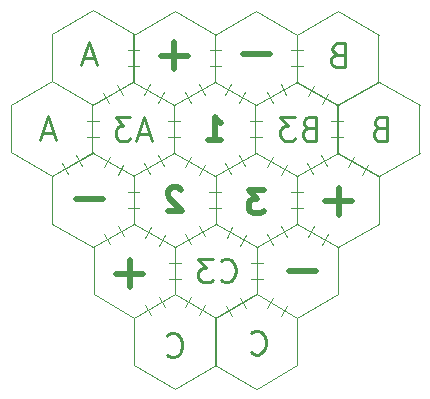
<source format=gbr>
G04 #@! TF.GenerationSoftware,KiCad,Pcbnew,(5.0.2)-1*
G04 #@! TF.CreationDate,2019-03-12T22:47:49+00:00*
G04 #@! TF.ProjectId,crazy-proto - SOT23 - Hex,6372617a-792d-4707-926f-746f202d2053,1.0*
G04 #@! TF.SameCoordinates,Original*
G04 #@! TF.FileFunction,Legend,Bot*
G04 #@! TF.FilePolarity,Positive*
%FSLAX46Y46*%
G04 Gerber Fmt 4.6, Leading zero omitted, Abs format (unit mm)*
G04 Created by KiCad (PCBNEW (5.0.2)-1) date 12/03/2019 22:47:49*
%MOMM*%
%LPD*%
G01*
G04 APERTURE LIST*
%ADD10C,0.250000*%
%ADD11C,0.100000*%
%ADD12C,0.500000*%
%ADD13C,0.120000*%
G04 APERTURE END LIST*
D10*
X140638952Y-105194285D02*
X140734190Y-105289523D01*
X141019904Y-105384761D01*
X141210380Y-105384761D01*
X141496095Y-105289523D01*
X141686571Y-105099047D01*
X141781809Y-104908571D01*
X141877047Y-104527619D01*
X141877047Y-104241904D01*
X141781809Y-103860952D01*
X141686571Y-103670476D01*
X141496095Y-103480000D01*
X141210380Y-103384761D01*
X141019904Y-103384761D01*
X140734190Y-103480000D01*
X140638952Y-103575238D01*
X133538952Y-105394285D02*
X133634190Y-105489523D01*
X133919904Y-105584761D01*
X134110380Y-105584761D01*
X134396095Y-105489523D01*
X134586571Y-105299047D01*
X134681809Y-105108571D01*
X134777047Y-104727619D01*
X134777047Y-104441904D01*
X134681809Y-104060952D01*
X134586571Y-103870476D01*
X134396095Y-103680000D01*
X134110380Y-103584761D01*
X133919904Y-103584761D01*
X133634190Y-103680000D01*
X133538952Y-103775238D01*
X151515142Y-86237142D02*
X151229428Y-86332380D01*
X151134190Y-86427619D01*
X151038952Y-86618095D01*
X151038952Y-86903809D01*
X151134190Y-87094285D01*
X151229428Y-87189523D01*
X151419904Y-87284761D01*
X152181809Y-87284761D01*
X152181809Y-85284761D01*
X151515142Y-85284761D01*
X151324666Y-85380000D01*
X151229428Y-85475238D01*
X151134190Y-85665714D01*
X151134190Y-85856190D01*
X151229428Y-86046666D01*
X151324666Y-86141904D01*
X151515142Y-86237142D01*
X152181809Y-86237142D01*
X147915142Y-79987142D02*
X147629428Y-80082380D01*
X147534190Y-80177619D01*
X147438952Y-80368095D01*
X147438952Y-80653809D01*
X147534190Y-80844285D01*
X147629428Y-80939523D01*
X147819904Y-81034761D01*
X148581809Y-81034761D01*
X148581809Y-79034761D01*
X147915142Y-79034761D01*
X147724666Y-79130000D01*
X147629428Y-79225238D01*
X147534190Y-79415714D01*
X147534190Y-79606190D01*
X147629428Y-79796666D01*
X147724666Y-79891904D01*
X147915142Y-79987142D01*
X148581809Y-79987142D01*
X123922285Y-86613333D02*
X122969904Y-86613333D01*
X124112761Y-87184761D02*
X123446095Y-85184761D01*
X122779428Y-87184761D01*
X127422285Y-80313333D02*
X126469904Y-80313333D01*
X127612761Y-80884761D02*
X126946095Y-78884761D01*
X126279428Y-80884761D01*
D11*
X144503450Y-106296750D02*
X144503450Y-102296750D01*
X141067550Y-100296750D02*
X137603450Y-102296750D01*
X137631650Y-102296750D02*
X137631650Y-106296750D01*
X144567550Y-106296750D02*
X141103450Y-108296750D01*
X141103450Y-100296750D02*
X144567550Y-102296750D01*
X137603450Y-106296750D02*
X141067550Y-108296750D01*
X137667550Y-106296750D02*
X134203450Y-108296750D01*
X130703450Y-106296750D02*
X134167550Y-108296750D01*
X134203450Y-100296750D02*
X137667550Y-102296750D01*
X130731650Y-102296750D02*
X130731650Y-106296750D01*
X134167550Y-100296750D02*
X130703450Y-102296750D01*
X137603450Y-106296750D02*
X137603450Y-102296750D01*
X151417550Y-82296750D02*
X147953450Y-84296750D01*
X154853450Y-88296750D02*
X154853450Y-84296750D01*
X151453450Y-82296750D02*
X154917550Y-84296750D01*
X147981650Y-84296750D02*
X147981650Y-88296750D01*
X154917550Y-88296750D02*
X151453450Y-90296750D01*
X147953450Y-88296750D02*
X151417550Y-90296750D01*
X151467550Y-82296750D02*
X148003450Y-84296750D01*
X144503450Y-82296750D02*
X147967550Y-84296750D01*
X148003450Y-76296750D02*
X151467550Y-78296750D01*
X144531650Y-78296750D02*
X144531650Y-82296750D01*
X147967550Y-76296750D02*
X144503450Y-78296750D01*
X151403450Y-82296750D02*
X151403450Y-78296750D01*
X120303450Y-88246750D02*
X123767550Y-90246750D01*
X123767550Y-82246750D02*
X120303450Y-84246750D01*
X127203450Y-88246750D02*
X127203450Y-84246750D01*
X127267550Y-88246750D02*
X123803450Y-90246750D01*
X123803450Y-82246750D02*
X127267550Y-84246750D01*
X120331650Y-84246750D02*
X120331650Y-88246750D01*
X130717550Y-82246750D02*
X127253450Y-84246750D01*
X123753450Y-82246750D02*
X127217550Y-84246750D01*
X127253450Y-76246750D02*
X130717550Y-78246750D01*
X123781650Y-78246750D02*
X123781650Y-82246750D01*
X127217550Y-76246750D02*
X123753450Y-78246750D01*
X130653450Y-82246750D02*
X130653450Y-78246750D01*
D12*
X146142857Y-98342857D02*
X143857142Y-98342857D01*
X131492857Y-98539285D02*
X129207142Y-98539285D01*
X130350000Y-99682142D02*
X130350000Y-97396428D01*
X149200857Y-92389285D02*
X146915142Y-92389285D01*
X148058000Y-93532142D02*
X148058000Y-91246428D01*
X128142857Y-92214285D02*
X125857142Y-92214285D01*
X142217857Y-79939285D02*
X139932142Y-79939285D01*
X134729428Y-91425238D02*
X134634190Y-91330000D01*
X134443714Y-91234761D01*
X133967523Y-91234761D01*
X133777047Y-91330000D01*
X133681809Y-91425238D01*
X133586571Y-91615714D01*
X133586571Y-91806190D01*
X133681809Y-92091904D01*
X134824666Y-93234761D01*
X133586571Y-93234761D01*
X135292857Y-80094285D02*
X133007142Y-80094285D01*
X134150000Y-81237142D02*
X134150000Y-78951428D01*
X141724666Y-91434761D02*
X140486571Y-91434761D01*
X141153238Y-92196666D01*
X140867523Y-92196666D01*
X140677047Y-92291904D01*
X140581809Y-92387142D01*
X140486571Y-92577619D01*
X140486571Y-93053809D01*
X140581809Y-93244285D01*
X140677047Y-93339523D01*
X140867523Y-93434761D01*
X141438952Y-93434761D01*
X141629428Y-93339523D01*
X141724666Y-93244285D01*
D10*
X145505619Y-86237142D02*
X145219904Y-86332380D01*
X145124666Y-86427619D01*
X145029428Y-86618095D01*
X145029428Y-86903809D01*
X145124666Y-87094285D01*
X145219904Y-87189523D01*
X145410380Y-87284761D01*
X146172285Y-87284761D01*
X146172285Y-85284761D01*
X145505619Y-85284761D01*
X145315142Y-85380000D01*
X145219904Y-85475238D01*
X145124666Y-85665714D01*
X145124666Y-85856190D01*
X145219904Y-86046666D01*
X145315142Y-86141904D01*
X145505619Y-86237142D01*
X146172285Y-86237142D01*
X144362761Y-85284761D02*
X143124666Y-85284761D01*
X143791333Y-86046666D01*
X143505619Y-86046666D01*
X143315142Y-86141904D01*
X143219904Y-86237142D01*
X143124666Y-86427619D01*
X143124666Y-86903809D01*
X143219904Y-87094285D01*
X143315142Y-87189523D01*
X143505619Y-87284761D01*
X144077047Y-87284761D01*
X144267523Y-87189523D01*
X144362761Y-87094285D01*
X138091333Y-99094285D02*
X138186571Y-99189523D01*
X138472285Y-99284761D01*
X138662761Y-99284761D01*
X138948476Y-99189523D01*
X139138952Y-98999047D01*
X139234190Y-98808571D01*
X139329428Y-98427619D01*
X139329428Y-98141904D01*
X139234190Y-97760952D01*
X139138952Y-97570476D01*
X138948476Y-97380000D01*
X138662761Y-97284761D01*
X138472285Y-97284761D01*
X138186571Y-97380000D01*
X138091333Y-97475238D01*
X137424666Y-97284761D02*
X136186571Y-97284761D01*
X136853238Y-98046666D01*
X136567523Y-98046666D01*
X136377047Y-98141904D01*
X136281809Y-98237142D01*
X136186571Y-98427619D01*
X136186571Y-98903809D01*
X136281809Y-99094285D01*
X136377047Y-99189523D01*
X136567523Y-99284761D01*
X137138952Y-99284761D01*
X137329428Y-99189523D01*
X137424666Y-99094285D01*
D11*
X141003450Y-88296750D02*
X141003450Y-84296750D01*
X147931650Y-84296750D02*
X147931650Y-88296750D01*
X134167550Y-76296750D02*
X130703450Y-78296750D01*
X147931650Y-84296750D02*
X144467550Y-82296750D01*
X144531650Y-78296750D02*
X141067550Y-76296750D01*
X144531650Y-78296750D02*
X144531650Y-82296750D01*
X141067550Y-84296750D02*
X144531650Y-82296750D01*
X130667550Y-82296750D02*
X127203450Y-84296750D01*
X134131650Y-84296750D02*
X134131650Y-88296750D01*
X130703450Y-82296750D02*
X130703450Y-78296750D01*
X137631650Y-78296750D02*
X134167550Y-76296750D01*
X137567550Y-82296750D02*
X134103450Y-84296750D01*
X127203450Y-88296750D02*
X127203450Y-84296750D01*
X134131650Y-84296750D02*
X130667550Y-82296750D01*
X130667550Y-90296750D02*
X134131650Y-88296750D01*
D10*
X132024666Y-86713333D02*
X131072285Y-86713333D01*
X132215142Y-87284761D02*
X131548476Y-85284761D01*
X130881809Y-87284761D01*
X130405619Y-85284761D02*
X129167523Y-85284761D01*
X129834190Y-86046666D01*
X129548476Y-86046666D01*
X129358000Y-86141904D01*
X129262761Y-86237142D01*
X129167523Y-86427619D01*
X129167523Y-86903809D01*
X129262761Y-87094285D01*
X129358000Y-87189523D01*
X129548476Y-87284761D01*
X130119904Y-87284761D01*
X130310380Y-87189523D01*
X130405619Y-87094285D01*
D11*
X137631650Y-90296750D02*
X137631650Y-94296750D01*
X137603450Y-82296750D02*
X137603450Y-78296750D01*
X134167550Y-96296750D02*
X137631650Y-94296750D01*
X137603450Y-82296750D02*
X141067550Y-84296750D01*
X141067550Y-76296750D02*
X137603450Y-78296750D01*
X134203450Y-100296750D02*
X134203450Y-96296750D01*
X141131650Y-96296750D02*
X137667550Y-94296750D01*
X141131650Y-96296750D02*
X141131650Y-100296750D01*
X147967550Y-96296750D02*
X151431650Y-94296750D01*
X148031650Y-96296750D02*
X144567550Y-94296750D01*
X147967550Y-88296750D02*
X144503450Y-90296750D01*
X151431650Y-90296750D02*
X147967550Y-88296750D01*
X144567550Y-102296750D02*
X148031650Y-100296750D01*
X144503450Y-94296750D02*
X144503450Y-90296750D01*
X144567550Y-94296750D02*
X141103450Y-96296750D01*
X141103450Y-100296750D02*
X144567550Y-102296750D01*
X151431650Y-90296750D02*
X151431650Y-94296750D01*
X134203450Y-100296750D02*
X137667550Y-102296750D01*
X137667550Y-102296750D02*
X141131650Y-100296750D01*
X148031650Y-96296750D02*
X148031650Y-100296750D01*
X134103450Y-88296750D02*
X137567550Y-90296750D01*
X141067550Y-88296750D02*
X137603450Y-90296750D01*
X123803450Y-94296750D02*
X127267550Y-96296750D01*
X123803450Y-94296750D02*
X123803450Y-90296750D01*
X127267550Y-88296750D02*
X123803450Y-90296750D01*
X130731650Y-90296750D02*
X130731650Y-94296750D01*
X127267550Y-96296750D02*
X130731650Y-94296750D01*
X127303450Y-100296750D02*
X130767550Y-102296750D01*
X130767550Y-102296750D02*
X134231650Y-100296750D01*
X134231650Y-96296750D02*
X130767550Y-94296750D01*
X130731650Y-90296750D02*
X127267550Y-88296750D01*
X127303450Y-100296750D02*
X127303450Y-96296750D01*
X144531650Y-90296750D02*
X141067550Y-88296750D01*
D12*
X136986571Y-87234761D02*
X138129428Y-87234761D01*
X137558000Y-87234761D02*
X137558000Y-85234761D01*
X137748476Y-85520476D01*
X137938952Y-85710952D01*
X138129428Y-85806190D01*
D13*
G04 #@! TO.C,JP42*
X139642347Y-84061103D02*
X140142347Y-83195077D01*
X138964553Y-82515077D02*
X138464553Y-83381103D01*
G04 #@! TO.C,JP47*
X145038450Y-91616750D02*
X144038450Y-91616750D01*
X144038450Y-92976750D02*
X145038450Y-92976750D01*
G04 #@! TO.C,JP48*
X141528450Y-85616750D02*
X140528450Y-85616750D01*
X140528450Y-86976750D02*
X141528450Y-86976750D01*
G04 #@! TO.C,JP49*
X143142347Y-90169763D02*
X143642347Y-89303737D01*
X142464553Y-88623737D02*
X141964553Y-89489763D01*
G04 #@! TO.C,JP50*
X133608450Y-86976750D02*
X134608450Y-86976750D01*
X134608450Y-85616750D02*
X133608450Y-85616750D01*
G04 #@! TO.C,JP51*
X131567053Y-89208067D02*
X132067053Y-90074093D01*
X133244847Y-89394093D02*
X132744847Y-88528067D01*
G04 #@! TO.C,JP52*
X135062053Y-95199407D02*
X135562053Y-96065433D01*
X136739847Y-95385433D02*
X136239847Y-94519407D01*
G04 #@! TO.C,JP59*
X141643450Y-97616750D02*
X140643450Y-97616750D01*
X140643450Y-98976750D02*
X141643450Y-98976750D01*
G04 #@! TO.C,JP60*
X126738450Y-86976750D02*
X127738450Y-86976750D01*
X127738450Y-85616750D02*
X126738450Y-85616750D01*
G04 #@! TO.C,JP61*
X128117053Y-83208067D02*
X128617053Y-84074093D01*
X129794847Y-83394093D02*
X129294847Y-82528067D01*
G04 #@! TO.C,JP62*
X146639847Y-84174093D02*
X147139847Y-83308067D01*
X145962053Y-82628067D02*
X145462053Y-83494093D01*
G04 #@! TO.C,JP63*
X148398450Y-85616750D02*
X147398450Y-85616750D01*
X147398450Y-86976750D02*
X148398450Y-86976750D01*
G04 #@! TO.C,JP64*
X135564553Y-100515077D02*
X135064553Y-101381103D01*
X136242347Y-102061103D02*
X136742347Y-101195077D01*
G04 #@! TO.C,JP65*
X138557053Y-101249407D02*
X139057053Y-102115433D01*
X140234847Y-101435433D02*
X139734847Y-100569407D01*
G04 #@! TO.C,JP66*
X138138450Y-79616750D02*
X137138450Y-79616750D01*
X137138450Y-80976750D02*
X138138450Y-80976750D01*
G04 #@! TO.C,JP67*
X145959553Y-94532397D02*
X145459553Y-95398423D01*
X146637347Y-96078423D02*
X147137347Y-95212397D01*
G04 #@! TO.C,JP68*
X129844847Y-95385433D02*
X129344847Y-94519407D01*
X128167053Y-95199407D02*
X128667053Y-96065433D01*
G04 #@! TO.C,JP44*
X141967053Y-95208067D02*
X142467053Y-96074093D01*
X143644847Y-95394093D02*
X143144847Y-94528067D01*
G04 #@! TO.C,JP46*
X132839847Y-96174093D02*
X133339847Y-95308067D01*
X132162053Y-94628067D02*
X131662053Y-95494093D01*
G04 #@! TO.C,JP53*
X139744847Y-96165433D02*
X140244847Y-95299407D01*
X139067053Y-94619407D02*
X138567053Y-95485433D01*
G04 #@! TO.C,JP54*
X132067053Y-82519407D02*
X131567053Y-83385433D01*
X132744847Y-84065433D02*
X133244847Y-83199407D01*
G04 #@! TO.C,JP55*
X128659553Y-88632397D02*
X128159553Y-89498423D01*
X129337347Y-90178423D02*
X129837347Y-89312397D01*
G04 #@! TO.C,JP56*
X145371383Y-89210567D02*
X145871383Y-90076593D01*
X147049177Y-89396593D02*
X146549177Y-88530567D01*
G04 #@! TO.C,JP57*
X141962053Y-83199407D02*
X142462053Y-84065433D01*
X143639847Y-83385433D02*
X143139847Y-82519407D01*
G04 #@! TO.C,JP58*
X133728450Y-98976750D02*
X134728450Y-98976750D01*
X134728450Y-97616750D02*
X133728450Y-97616750D01*
G04 #@! TO.C,JP27*
X135062053Y-83199407D02*
X135562053Y-84065433D01*
X136739847Y-83385433D02*
X136239847Y-82519407D01*
G04 #@! TO.C,JP43*
X130193450Y-92976750D02*
X131193450Y-92976750D01*
X131193450Y-91616750D02*
X130193450Y-91616750D01*
G04 #@! TO.C,JP72*
X137093450Y-92976750D02*
X138093450Y-92976750D01*
X138093450Y-91616750D02*
X137093450Y-91616750D01*
G04 #@! TO.C,JP73*
X136242347Y-90178423D02*
X136742347Y-89312397D01*
X135564553Y-88632397D02*
X135064553Y-89498423D01*
G04 #@! TO.C,JP74*
X138472053Y-89208067D02*
X138972053Y-90074093D01*
X140149847Y-89394093D02*
X139649847Y-88528067D01*
G04 #@! TO.C,JP75*
X130188450Y-80976750D02*
X131188450Y-80976750D01*
X131188450Y-79616750D02*
X130188450Y-79616750D01*
G04 #@! TO.C,JP76*
X150044847Y-90174093D02*
X150544847Y-89308067D01*
X149367053Y-88628067D02*
X148867053Y-89494093D01*
G04 #@! TO.C,JP77*
X133344847Y-101385433D02*
X132844847Y-100519407D01*
X131667053Y-101199407D02*
X132167053Y-102065433D01*
G04 #@! TO.C,JP78*
X126342347Y-89389763D02*
X125842347Y-88523737D01*
X124664553Y-89203737D02*
X125164553Y-90069763D01*
G04 #@! TO.C,JP79*
X144998450Y-79616750D02*
X143998450Y-79616750D01*
X143998450Y-80976750D02*
X144998450Y-80976750D01*
G04 #@! TO.C,JP80*
X142472053Y-100569407D02*
X141972053Y-101435433D01*
X143149847Y-102115433D02*
X143649847Y-101249407D01*
G04 #@! TD*
M02*

</source>
